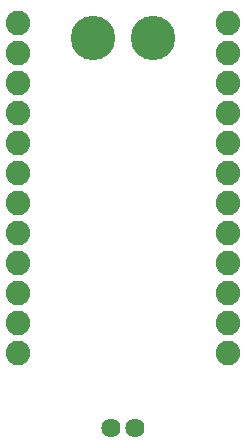
<source format=gbs>
G75*
G70*
%OFA0B0*%
%FSLAX24Y24*%
%IPPOS*%
%LPD*%
%AMOC8*
5,1,8,0,0,1.08239X$1,22.5*
%
%ADD10C,0.0820*%
%ADD11C,0.0640*%
%ADD12C,0.1480*%
D10*
X001100Y004178D03*
X001100Y005178D03*
X001100Y006178D03*
X001100Y007178D03*
X001100Y008178D03*
X001100Y009178D03*
X001100Y010178D03*
X001100Y011178D03*
X001100Y012178D03*
X001100Y013178D03*
X001100Y014178D03*
X001100Y015178D03*
X008100Y015178D03*
X008100Y014178D03*
X008100Y013178D03*
X008100Y012178D03*
X008100Y011178D03*
X008100Y010178D03*
X008100Y009178D03*
X008100Y008178D03*
X008100Y007178D03*
X008100Y006178D03*
X008100Y005178D03*
X008100Y004178D03*
D11*
X004994Y001678D03*
X004206Y001678D03*
D12*
X003600Y014678D03*
X005600Y014678D03*
M02*

</source>
